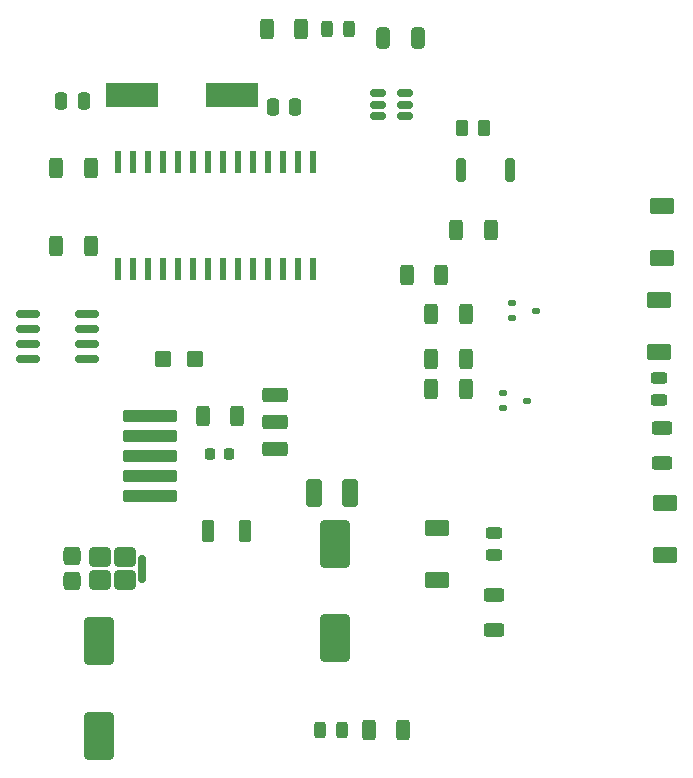
<source format=gbr>
%TF.GenerationSoftware,KiCad,Pcbnew,8.0.9*%
%TF.CreationDate,2025-04-23T13:20:28+02:00*%
%TF.ProjectId,Dijous_D_Combustible,44696a6f-7573-45f4-945f-436f6d627573,rev?*%
%TF.SameCoordinates,Original*%
%TF.FileFunction,Paste,Top*%
%TF.FilePolarity,Positive*%
%FSLAX46Y46*%
G04 Gerber Fmt 4.6, Leading zero omitted, Abs format (unit mm)*
G04 Created by KiCad (PCBNEW 8.0.9) date 2025-04-23 13:20:28*
%MOMM*%
%LPD*%
G01*
G04 APERTURE LIST*
G04 Aperture macros list*
%AMRoundRect*
0 Rectangle with rounded corners*
0 $1 Rounding radius*
0 $2 $3 $4 $5 $6 $7 $8 $9 X,Y pos of 4 corners*
0 Add a 4 corners polygon primitive as box body*
4,1,4,$2,$3,$4,$5,$6,$7,$8,$9,$2,$3,0*
0 Add four circle primitives for the rounded corners*
1,1,$1+$1,$2,$3*
1,1,$1+$1,$4,$5*
1,1,$1+$1,$6,$7*
1,1,$1+$1,$8,$9*
0 Add four rect primitives between the rounded corners*
20,1,$1+$1,$2,$3,$4,$5,0*
20,1,$1+$1,$4,$5,$6,$7,0*
20,1,$1+$1,$6,$7,$8,$9,0*
20,1,$1+$1,$8,$9,$2,$3,0*%
G04 Aperture macros list end*
%ADD10RoundRect,0.250000X-0.850000X-0.350000X0.850000X-0.350000X0.850000X0.350000X-0.850000X0.350000X0*%
%ADD11RoundRect,0.250000X0.800000X-0.450000X0.800000X0.450000X-0.800000X0.450000X-0.800000X-0.450000X0*%
%ADD12RoundRect,0.250000X-0.325000X-0.650000X0.325000X-0.650000X0.325000X0.650000X-0.325000X0.650000X0*%
%ADD13R,0.558000X1.969999*%
%ADD14RoundRect,0.243750X-0.243750X-0.456250X0.243750X-0.456250X0.243750X0.456250X-0.243750X0.456250X0*%
%ADD15RoundRect,0.250000X-0.412500X-0.925000X0.412500X-0.925000X0.412500X0.925000X-0.412500X0.925000X0*%
%ADD16RoundRect,0.250000X-0.800000X0.450000X-0.800000X-0.450000X0.800000X-0.450000X0.800000X0.450000X0*%
%ADD17RoundRect,0.112500X-0.237500X0.112500X-0.237500X-0.112500X0.237500X-0.112500X0.237500X0.112500X0*%
%ADD18RoundRect,0.250000X-0.312500X-0.625000X0.312500X-0.625000X0.312500X0.625000X-0.312500X0.625000X0*%
%ADD19RoundRect,0.225000X-0.225000X-0.250000X0.225000X-0.250000X0.225000X0.250000X-0.225000X0.250000X0*%
%ADD20RoundRect,0.250000X-0.250000X-0.475000X0.250000X-0.475000X0.250000X0.475000X-0.250000X0.475000X0*%
%ADD21RoundRect,0.243750X-0.456250X0.243750X-0.456250X-0.243750X0.456250X-0.243750X0.456250X0.243750X0*%
%ADD22RoundRect,0.250000X0.312500X0.625000X-0.312500X0.625000X-0.312500X-0.625000X0.312500X-0.625000X0*%
%ADD23RoundRect,0.250000X0.625000X-0.312500X0.625000X0.312500X-0.625000X0.312500X-0.625000X-0.312500X0*%
%ADD24RoundRect,0.150000X0.825000X0.150000X-0.825000X0.150000X-0.825000X-0.150000X0.825000X-0.150000X0*%
%ADD25RoundRect,0.250000X2.050000X0.300000X-2.050000X0.300000X-2.050000X-0.300000X2.050000X-0.300000X0*%
%ADD26RoundRect,0.200000X-0.200000X-0.800000X0.200000X-0.800000X0.200000X0.800000X-0.200000X0.800000X0*%
%ADD27RoundRect,0.250000X0.262500X0.450000X-0.262500X0.450000X-0.262500X-0.450000X0.262500X-0.450000X0*%
%ADD28R,4.500000X2.000000*%
%ADD29RoundRect,0.250000X-1.000000X1.750000X-1.000000X-1.750000X1.000000X-1.750000X1.000000X1.750000X0*%
%ADD30RoundRect,0.250000X0.275000X0.700000X-0.275000X0.700000X-0.275000X-0.700000X0.275000X-0.700000X0*%
%ADD31RoundRect,0.150000X-0.512500X-0.150000X0.512500X-0.150000X0.512500X0.150000X-0.512500X0.150000X0*%
%ADD32RoundRect,0.425000X0.525000X0.425000X-0.525000X0.425000X-0.525000X-0.425000X0.525000X-0.425000X0*%
%ADD33RoundRect,0.150000X0.150000X1.050000X-0.150000X1.050000X-0.150000X-1.050000X0.150000X-1.050000X0*%
%ADD34RoundRect,0.360000X0.360000X0.440000X-0.360000X0.440000X-0.360000X-0.440000X0.360000X-0.440000X0*%
%ADD35RoundRect,0.250000X-0.450000X-0.425000X0.450000X-0.425000X0.450000X0.425000X-0.450000X0.425000X0*%
G04 APERTURE END LIST*
D10*
%TO.C,U4*%
X170220000Y-104720000D03*
X170220000Y-107000000D03*
X170220000Y-109280000D03*
%TD*%
D11*
%TO.C,D10*%
X203200000Y-118192000D03*
X203200000Y-113792000D03*
%TD*%
D12*
%TO.C,C11*%
X179324000Y-74422000D03*
X182274000Y-74422000D03*
%TD*%
D13*
%TO.C,U3*%
X173405000Y-84948800D03*
X172135000Y-84948800D03*
X170865000Y-84948800D03*
X169595000Y-84948800D03*
X168325000Y-84948800D03*
X167055000Y-84948800D03*
X165785000Y-84948800D03*
X164515000Y-84948800D03*
X163245000Y-84948800D03*
X161975000Y-84948800D03*
X160705000Y-84948800D03*
X159435000Y-84948800D03*
X158165000Y-84948800D03*
X156895000Y-84948800D03*
X156895000Y-93991200D03*
X158165000Y-93991200D03*
X159435000Y-93991200D03*
X160705000Y-93991200D03*
X161975000Y-93991200D03*
X163245000Y-93991200D03*
X164515000Y-93991200D03*
X165785000Y-93991200D03*
X167055000Y-93991200D03*
X168325000Y-93991200D03*
X169595000Y-93991200D03*
X170865000Y-93991200D03*
X172135000Y-93991200D03*
X173405000Y-93991200D03*
%TD*%
D14*
%TO.C,D4*%
X174576500Y-73660000D03*
X176451500Y-73660000D03*
%TD*%
D15*
%TO.C,C8*%
X173462500Y-113000000D03*
X176537500Y-113000000D03*
%TD*%
D16*
%TO.C,D9*%
X202946000Y-88646000D03*
X202946000Y-93046000D03*
%TD*%
D17*
%TO.C,Q1*%
X189500000Y-104506000D03*
X189500000Y-105806000D03*
X191500000Y-105156000D03*
%TD*%
D18*
%TO.C,R9*%
X151699500Y-92075000D03*
X154624500Y-92075000D03*
%TD*%
D14*
%TO.C,D3*%
X173975000Y-133062500D03*
X175850000Y-133062500D03*
%TD*%
D16*
%TO.C,D8*%
X202692000Y-96606000D03*
X202692000Y-101006000D03*
%TD*%
D19*
%TO.C,C6*%
X164725000Y-109650000D03*
X166275000Y-109650000D03*
%TD*%
D18*
%TO.C,R10*%
X151699500Y-85471000D03*
X154624500Y-85471000D03*
%TD*%
%TO.C,R14*%
X183449500Y-101600000D03*
X186374500Y-101600000D03*
%TD*%
D20*
%TO.C,C5*%
X152100000Y-79756000D03*
X154000000Y-79756000D03*
%TD*%
D21*
%TO.C,D7*%
X202692000Y-103202500D03*
X202692000Y-105077500D03*
%TD*%
D18*
%TO.C,R7*%
X185537500Y-90750000D03*
X188462500Y-90750000D03*
%TD*%
D22*
%TO.C,R11*%
X181062500Y-133062500D03*
X178137500Y-133062500D03*
%TD*%
D17*
%TO.C,Q2*%
X190262000Y-96886000D03*
X190262000Y-98186000D03*
X192262000Y-97536000D03*
%TD*%
D23*
%TO.C,R16*%
X202946000Y-110428500D03*
X202946000Y-107503500D03*
%TD*%
D18*
%TO.C,R6*%
X164075000Y-106500000D03*
X167000000Y-106500000D03*
%TD*%
D11*
%TO.C,D6*%
X183896000Y-120310000D03*
X183896000Y-115910000D03*
%TD*%
D24*
%TO.C,U1*%
X154240000Y-101600000D03*
X154240000Y-100330000D03*
X154240000Y-99060000D03*
X154240000Y-97790000D03*
X149290000Y-97790000D03*
X149290000Y-99060000D03*
X149290000Y-100330000D03*
X149290000Y-101600000D03*
%TD*%
D25*
%TO.C,U2*%
X159645000Y-113255000D03*
X159645000Y-111555000D03*
X159645000Y-109855000D03*
X159645000Y-108155000D03*
X159645000Y-106455000D03*
%TD*%
D18*
%TO.C,R17*%
X181356000Y-94488000D03*
X184281000Y-94488000D03*
%TD*%
D22*
%TO.C,R12*%
X172416000Y-73660000D03*
X169491000Y-73660000D03*
%TD*%
D26*
%TO.C,SW1*%
X185905000Y-85670000D03*
X190105000Y-85670000D03*
%TD*%
D27*
%TO.C,R19*%
X187856500Y-82042000D03*
X186031500Y-82042000D03*
%TD*%
D21*
%TO.C,D5*%
X188722000Y-116332000D03*
X188722000Y-118207000D03*
%TD*%
D28*
%TO.C,Y1*%
X166556000Y-79248000D03*
X158056000Y-79248000D03*
%TD*%
D29*
%TO.C,C2*%
X155305000Y-125540000D03*
X155305000Y-133540000D03*
%TD*%
D30*
%TO.C,L1*%
X167675000Y-116205000D03*
X164525000Y-116205000D03*
%TD*%
D18*
%TO.C,R15*%
X183449500Y-104140000D03*
X186374500Y-104140000D03*
%TD*%
D29*
%TO.C,C7*%
X175260000Y-117285000D03*
X175260000Y-125285000D03*
%TD*%
D18*
%TO.C,R18*%
X183449500Y-97790000D03*
X186374500Y-97790000D03*
%TD*%
D20*
%TO.C,C3*%
X170005000Y-80300000D03*
X171905000Y-80300000D03*
%TD*%
D31*
%TO.C,U5*%
X178948500Y-79141000D03*
X178948500Y-80091000D03*
X178948500Y-81041000D03*
X181223500Y-81041000D03*
X181223500Y-80091000D03*
X181223500Y-79141000D03*
%TD*%
D32*
%TO.C,D1*%
X155380000Y-118430000D03*
X155380000Y-120330000D03*
X157480000Y-118430000D03*
X157480000Y-120330000D03*
D33*
X158930000Y-119380000D03*
D34*
X153000000Y-118315000D03*
X153000000Y-120445000D03*
%TD*%
D23*
%TO.C,R13*%
X188722000Y-124574000D03*
X188722000Y-121649000D03*
%TD*%
D35*
%TO.C,C10*%
X160726000Y-101624000D03*
X163426000Y-101624000D03*
%TD*%
M02*

</source>
